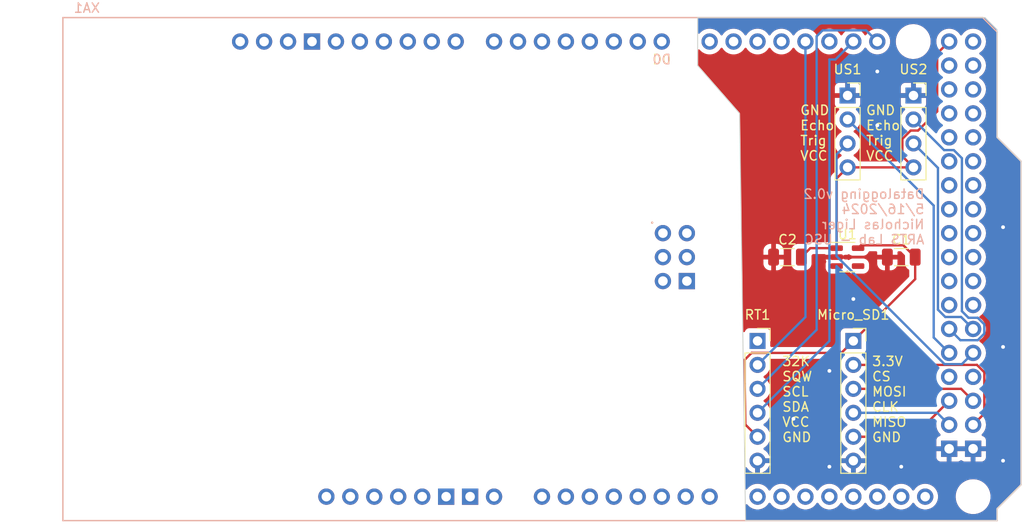
<source format=kicad_pcb>
(kicad_pcb (version 20221018) (generator pcbnew)
  (layers (0 "F.Cu" signal) (31 "B.Cu" signal) (34 "B.Paste" user) (35 "F.Paste" user) (36 "B.SilkS" user "B.Silkscreen") (37 "F.SilkS" user "F.Silkscreen") (38 "B.Mask" user) (39 "F.Mask" user) (44 "Edge.Cuts" user))
  (net 0 "")
  (net 1 "GND")
  (net 2 "Net-(Micro_SD1-3.3V)")
  (net 3 "Net-(Micro_SD1-CS)")
  (net 4 "Net-(Micro_SD1-MOSI)")
  (net 5 "Net-(Micro_SD1-CLK)")
  (net 6 "Net-(Micro_SD1-MISO)")
  (net 9 "Net-(U1-VIN)")
  (net 11 "Net-(RT1-~{INT}{slash}SQW)")
  (net 12 "Net-(RT1-SCL)")
  (net 53 "Net-(RT1-SDA)")
  (net 54 "Net-(US1-ECHO)")
  (net 92 "Net-(US1-TRIG)")
  (net 93 "Net-(US2-ECHO)")
  (net 94 "Net-(US2-TRIG)")
  (footprint "Connector_PinSocket_2.54mm:PinSocket_1x04_P2.54mm_Vertical" (layer "F.Cu") (at 194.335 81.925)
    (fp_text reference "US2" (at 0 -2.77) (layer "F.SilkS"))
    (fp_text value "JSN-04")
    (fp_line (start -1.33 1.27) (end -1.33 8.95) (stroke (width 0.12)) (layer "F.SilkS"))
    (fp_line (start -1.33 1.27) (end 1.33 1.27) (stroke (width 0.12)) (layer "F.SilkS"))
    (fp_line (start -1.33 8.95) (end 1.33 8.95) (stroke (width 0.12)) (layer "F.SilkS"))
    (fp_line (start 0 -1.33) (end 1.33 -1.33) (stroke (width 0.12)) (layer "F.SilkS"))
    (fp_line (start 1.33 -1.33) (end 1.33 0) (stroke (width 0.12)) (layer "F.SilkS"))
    (fp_line (start 1.33 1.27) (end 1.33 8.95) (stroke (width 0.12)) (layer "F.SilkS"))
    (pad "1" thru_hole rect (at 0 0) (size 1.7 1.7) (drill 1) (layers "*.Cu" "*.Mask") (net 1 "GND"))
    (pad "2" thru_hole oval (at 0 2.54) (size 1.7 1.7) (drill 1) (layers "*.Cu" "*.Mask") (net 93 "Net-(US2-ECHO)"))
    (pad "3" thru_hole oval (at 0 5.08) (size 1.7 1.7) (drill 1) (layers "*.Cu" "*.Mask") (net 94 "Net-(US2-TRIG)"))
    (pad "4" thru_hole oval (at 0 7.62) (size 1.7 1.7) (drill 1) (layers "*.Cu" "*.Mask") (net 9 "Net-(U1-VIN)"))
  )
  (footprint "Capacitor_SMD:C_1206_3216Metric" (layer "F.Cu") (at 180.975 99.06)
    (fp_text reference "C2" (at 0 -1.85) (layer "F.SilkS"))
    (fp_text value "1 µF")
    (fp_line (start -0.711252 -0.91) (end 0.711252 -0.91) (stroke (width 0.12)) (layer "F.SilkS"))
    (fp_line (start -0.711252 0.91) (end 0.711252 0.91) (stroke (width 0.12)) (layer "F.SilkS"))
    (pad "1" smd roundrect (at -1.475 0) (size 1.15 1.8) (layers "F.Cu" "F.Paste" "F.Mask") (roundrect_rratio 0.217391) (net 1 "GND"))
    (pad "2" smd roundrect (at 1.475 0) (size 1.15 1.8) (layers "F.Cu" "F.Paste" "F.Mask") (roundrect_rratio 0.217391) (net 9 "Net-(U1-VIN)"))
  )
  (footprint "Capacitor_SMD:C_1206_3216Metric" (layer "F.Cu") (at 193.04 99.06)
    (fp_text reference "C1" (at 0 -1.85) (layer "F.SilkS"))
    (fp_text value "1 µF")
    (fp_line (start -0.711252 -0.91) (end 0.711252 -0.91) (stroke (width 0.12)) (layer "F.SilkS"))
    (fp_line (start -0.711252 0.91) (end 0.711252 0.91) (stroke (width 0.12)) (layer "F.SilkS"))
    (pad "1" smd roundrect (at -1.475 0) (size 1.15 1.8) (layers "F.Cu" "F.Paste" "F.Mask") (roundrect_rratio 0.217391) (net 1 "GND"))
    (pad "2" smd roundrect (at 1.475 0) (size 1.15 1.8) (layers "F.Cu" "F.Paste" "F.Mask") (roundrect_rratio 0.217391) (net 2 "Net-(Micro_SD1-3.3V)"))
  )
  (footprint "Package_TO_SOT_SMD:SOT-23-5" (layer "F.Cu") (at 187.325 99.06)
    (fp_text reference "U1" (at 0 -2.4) (layer "F.SilkS"))
    (fp_text value "TC2014-3.3VxCTTR")
    (fp_line (start 0 -1.56) (end -1.8 -1.56) (stroke (width 0.12)) (layer "F.SilkS"))
    (fp_line (start 0 -1.56) (end 0.8 -1.56) (stroke (width 0.12)) (layer "F.SilkS"))
    (fp_line (start 0 1.56) (end -0.8 1.56) (stroke (width 0.12)) (layer "F.SilkS"))
    (fp_line (start 0 1.56) (end 0.8 1.56) (stroke (width 0.12)) (layer "F.SilkS"))
    (pad "1" smd roundrect (at -1.1375 -0.95) (size 1.325 0.6) (layers "F.Cu" "F.Paste" "F.Mask") (net 9 "Net-(U1-VIN)"))
    (pad "2" smd roundrect (at -1.1375 0) (size 1.325 0.6) (layers "F.Cu" "F.Paste" "F.Mask") (net 1 "GND"))
    (pad "3" smd roundrect (at -1.1375 0.95) (size 1.325 0.6) (layers "F.Cu" "F.Paste" "F.Mask"))
    (pad "4" smd roundrect (at 1.1375 0.95) (size 1.325 0.6) (layers "F.Cu" "F.Paste" "F.Mask"))
    (pad "5" smd roundrect (at 1.1375 -0.95) (size 1.325 0.6) (layers "F.Cu" "F.Paste" "F.Mask") (net 2 "Net-(Micro_SD1-3.3V)"))
  )
  (footprint "Connector_PinSocket_2.54mm:PinSocket_1x06_P2.54mm_Vertical" (layer "F.Cu") (at 177.8 107.95)
    (fp_text reference "RT1" (at 0 -2.77) (layer "F.SilkS"))
    (fp_text value "Real Time Clock")
    (fp_line (start -1.33 1.27) (end -1.33 14.03) (stroke (width 0.12)) (layer "F.SilkS"))
    (fp_line (start -1.33 1.27) (end 1.33 1.27) (stroke (width 0.12)) (layer "F.SilkS"))
    (fp_line (start -1.33 14.03) (end 1.33 14.03) (stroke (width 0.12)) (layer "F.SilkS"))
    (fp_line (start 0 -1.33) (end 1.33 -1.33) (stroke (width 0.12)) (layer "F.SilkS"))
    (fp_line (start 1.33 -1.33) (end 1.33 0) (stroke (width 0.12)) (layer "F.SilkS"))
    (fp_line (start 1.33 1.27) (end 1.33 14.03) (stroke (width 0.12)) (layer "F.SilkS"))
    (pad "1" thru_hole rect (at 0 0) (size 1.7 1.7) (drill 1) (layers "*.Cu" "*.Mask"))
    (pad "2" thru_hole oval (at 0 2.54) (size 1.7 1.7) (drill 1) (layers "*.Cu" "*.Mask") (net 11 "Net-(RT1-~{INT}{slash}SQW)"))
    (pad "3" thru_hole oval (at 0 5.08) (size 1.7 1.7) (drill 1) (layers "*.Cu" "*.Mask") (net 12 "Net-(RT1-SCL)"))
    (pad "4" thru_hole oval (at 0 7.62) (size 1.7 1.7) (drill 1) (layers "*.Cu" "*.Mask") (net 53 "Net-(RT1-SDA)"))
    (pad "5" thru_hole oval (at 0 10.16) (size 1.7 1.7) (drill 1) (layers "*.Cu" "*.Mask") (net 2 "Net-(Micro_SD1-3.3V)"))
    (pad "6" thru_hole oval (at 0 12.7) (size 1.7 1.7) (drill 1) (layers "*.Cu" "*.Mask") (net 1 "GND"))
  )
  (footprint "Connector_PinSocket_2.54mm:PinSocket_1x04_P2.54mm_Vertical" (layer "F.Cu") (at 187.35 81.925)
    (fp_text reference "US1" (at 0 -2.77) (layer "F.SilkS"))
    (fp_text value "JSN-04")
    (fp_line (start -1.33 1.27) (end -1.33 8.95) (stroke (width 0.12)) (layer "F.SilkS"))
    (fp_line (start -1.33 1.27) (end 1.33 1.27) (stroke (width 0.12)) (layer "F.SilkS"))
    (fp_line (start -1.33 8.95) (end 1.33 8.95) (stroke (width 0.12)) (layer "F.SilkS"))
    (fp_line (start 0 -1.33) (end 1.33 -1.33) (stroke (width 0.12)) (layer "F.SilkS"))
    (fp_line (start 1.33 -1.33) (end 1.33 0) (stroke (width 0.12)) (layer "F.SilkS"))
    (fp_line (start 1.33 1.27) (end 1.33 8.95) (stroke (width 0.12)) (layer "F.SilkS"))
    (pad "1" thru_hole rect (at 0 0) (size 1.7 1.7) (drill 1) (layers "*.Cu" "*.Mask") (net 1 "GND"))
    (pad "2" thru_hole oval (at 0 2.54) (size 1.7 1.7) (drill 1) (layers "*.Cu" "*.Mask") (net 54 "Net-(US1-ECHO)"))
    (pad "3" thru_hole oval (at 0 5.08) (size 1.7 1.7) (drill 1) (layers "*.Cu" "*.Mask") (net 92 "Net-(US1-TRIG)"))
    (pad "4" thru_hole oval (at 0 7.62) (size 1.7 1.7) (drill 1) (layers "*.Cu" "*.Mask") (net 9 "Net-(U1-VIN)"))
  )
  (footprint "Connector_PinSocket_2.54mm:PinSocket_1x06_P2.54mm_Vertical" (layer "F.Cu") (at 187.96 107.95)
    (fp_text reference "Micro_SD1" (at 0 -2.77) (layer "F.SilkS"))
    (fp_text value "microSD_small")
    (fp_line (start -1.33 1.27) (end -1.33 14.03) (stroke (width 0.12)) (layer "F.SilkS"))
    (fp_line (start -1.33 1.27) (end 1.33 1.27) (stroke (width 0.12)) (layer "F.SilkS"))
    (fp_line (start -1.33 14.03) (end 1.33 14.03) (stroke (width 0.12)) (layer "F.SilkS"))
    (fp_line (start 0 -1.33) (end 1.33 -1.33) (stroke (width 0.12)) (layer "F.SilkS"))
    (fp_line (start 1.33 -1.33) (end 1.33 0) (stroke (width 0.12)) (layer "F.SilkS"))
    (fp_line (start 1.33 1.27) (end 1.33 14.03) (stroke (width 0.12)) (layer "F.SilkS"))
    (pad "1" thru_hole rect (at 0 0) (size 1.7 1.7) (drill 1) (layers "*.Cu" "*.Mask") (net 2 "Net-(Micro_SD1-3.3V)"))
    (pad "2" thru_hole oval (at 0 2.54) (size 1.7 1.7) (drill 1) (layers "*.Cu" "*.Mask") (net 3 "Net-(Micro_SD1-CS)"))
    (pad "3" thru_hole oval (at 0 5.08) (size 1.7 1.7) (drill 1) (layers "*.Cu" "*.Mask") (net 4 "Net-(Micro_SD1-MOSI)"))
    (pad "4" thru_hole oval (at 0 7.62) (size 1.7 1.7) (drill 1) (layers "*.Cu" "*.Mask") (net 5 "Net-(Micro_SD1-CLK)"))
    (pad "5" thru_hole oval (at 0 10.16) (size 1.7 1.7) (drill 1) (layers "*.Cu" "*.Mask") (net 6 "Net-(Micro_SD1-MISO)"))
    (pad "6" thru_hole oval (at 0 12.7) (size 1.7 1.7) (drill 1) (layers "*.Cu" "*.Mask") (net 1 "GND"))
  )
  (footprint "PCM_arduino-library:Arduino_Mega2560_R3_Shield" (layer "F.Cu") (at 104.14 127)
    (fp_text reference "XA1" (at 2.54 -54.356) (layer "B.SilkS") (effects (justify mirror)))
    (fp_text value "Arduino_Mega2560_Shield")
    (fp_text user "." (at 62.484 -32.004) (layer "B.SilkS"))
    (fp_text user "D0" (at 63.5 -48.895 unlocked) (layer "B.SilkS") (effects (justify mirror)))
    (fp_text user "." (at 62.484 -32.004) (layer "F.SilkS"))
    (fp_text user "D0" (at 63.5 -48.895 unlocked) (layer "F.SilkS"))
    (fp_line (start 0 -53.34) (end 0 0) (stroke (width 0.15)) (layer "B.SilkS"))
    (fp_line (start 0 -53.34) (end 97.536 -53.34) (stroke (width 0.15)) (layer "B.SilkS"))
    (fp_line (start 0 0) (end 99.06 0) (stroke (width 0.15)) (layer "B.SilkS"))
    (fp_line (start 97.536 -53.34) (end 99.06 -51.816) (stroke (width 0.15)) (layer "B.SilkS"))
    (fp_line (start 99.06 -40.64) (end 99.06 -51.816) (stroke (width 0.15)) (layer "B.SilkS"))
    (fp_line (start 99.06 -1.27) (end 101.6 -3.81) (stroke (width 0.15)) (layer "B.SilkS"))
    (fp_line (start 99.06 0) (end 99.06 -1.27) (stroke (width 0.15)) (layer "B.SilkS"))
    (fp_line (start 101.6 -38.1) (end 99.06 -40.64) (stroke (width 0.15)) (layer "B.SilkS"))
    (fp_line (start 101.6 -3.81) (end 101.6 -38.1) (stroke (width 0.15)) (layer "B.SilkS"))
    (pad "" np_thru_hole circle (at 13.97 -2.54) (size 3.2 3.2) (drill 3.2) (layers "*.Cu" "*.Mask"))
    (pad "" np_thru_hole circle (at 15.24 -50.8) (size 3.2 3.2) (drill 3.2) (layers "*.Cu" "*.Mask"))
    (pad "" thru_hole oval (at 27.94 -2.54) (size 1.7272 1.7272) (drill 1.016) (layers "*.Cu" "*.Mask"))
    (pad "" np_thru_hole circle (at 66.04 -35.56) (size 3.2 3.2) (drill 3.2) (layers "*.Cu" "*.Mask"))
    (pad "" np_thru_hole circle (at 66.04 -7.62) (size 3.2 3.2) (drill 3.2) (layers "*.Cu" "*.Mask"))
    (pad "" np_thru_hole circle (at 90.17 -50.8) (size 3.2 3.2) (drill 3.2) (layers "*.Cu" "*.Mask"))
    (pad "" np_thru_hole circle (at 96.52 -2.54) (size 3.2 3.2) (drill 3.2) (layers "*.Cu" "*.Mask"))
    (pad "3V3" thru_hole oval (at 35.56 -2.54) (size 1.7272 1.7272) (drill 1.016) (layers "*.Cu" "*.Mask"))
    (pad "5V1" thru_hole oval (at 38.1 -2.54) (size 1.7272 1.7272) (drill 1.016) (layers "*.Cu" "*.Mask"))
    (pad "5V2" thru_hole oval (at 66.167 -30.48) (size 1.7272 1.7272) (drill 1.016) (layers "*.Cu" "*.Mask"))
    (pad "5V3" thru_hole oval (at 93.98 -50.8) (size 1.7272 1.7272) (drill 1.016) (layers "*.Cu" "*.Mask") (net 9 "Net-(U1-VIN)"))
    (pad "5V4" thru_hole oval (at 96.52 -50.8) (size 1.7272 1.7272) (drill 1.016) (layers "*.Cu" "*.Mask"))
    (pad "A0" thru_hole oval (at 50.8 -2.54) (size 1.7272 1.7272) (drill 1.016) (layers "*.Cu" "*.Mask"))
    (pad "A1" thru_hole oval (at 53.34 -2.54) (size 1.7272 1.7272) (drill 1.016) (layers "*.Cu" "*.Mask"))
    (pad "A2" thru_hole oval (at 55.88 -2.54) (size 1.7272 1.7272) (drill 1.016) (layers "*.Cu" "*.Mask"))
    (pad "A3" thru_hole oval (at 58.42 -2.54) (size 1.7272 1.7272) (drill 1.016) (layers "*.Cu" "*.Mask"))
    (pad "A4" thru_hole oval (at 60.96 -2.54) (size 1.7272 1.7272) (drill 1.016) (layers "*.Cu" "*.Mask"))
    (pad "A5" thru_hole oval (at 63.5 -2.54) (size 1.7272 1.7272) (drill 1.016) (layers "*.Cu" "*.Mask"))
    (pad "A6" thru_hole oval (at 66.04 -2.54) (size 1.7272 1.7272) (drill 1.016) (layers "*.Cu" "*.Mask"))
    (pad "A7" thru_hole oval (at 68.58 -2.54) (size 1.7272 1.7272) (drill 1.016) (layers "*.Cu" "*.Mask"))
    (pad "A8" thru_hole oval (at 73.66 -2.54) (size 1.7272 1.7272) (drill 1.016) (layers "*.Cu" "*.Mask"))
    (pad "A9" thru_hole oval (at 76.2 -2.54) (size 1.7272 1.7272) (drill 1.016) (layers "*.Cu" "*.Mask"))
    (pad "A10" thru_hole oval (at 78.74 -2.54) (size 1.7272 1.7272) (drill 1.016) (layers "*.Cu" "*.Mask"))
    (pad "A11" thru_hole oval (at 81.28 -2.54) (size 1.7272 1.7272) (drill 1.016) (layers "*.Cu" "*.Mask"))
    (pad "A12" thru_hole oval (at 83.82 -2.54) (size 1.7272 1.7272) (drill 1.016) (layers "*.Cu" "*.Mask"))
    (pad "A13" thru_hole oval (at 86.36 -2.54) (size 1.7272 1.7272) (drill 1.016) (layers "*.Cu" "*.Mask"))
    (pad "A14" thru_hole oval (at 88.9 -2.54) (size 1.7272 1.7272) (drill 1.016) (layers "*.Cu" "*.Mask"))
    (pad "A15" thru_hole oval (at 91.44 -2.54) (size 1.7272 1.7272) (drill 1.016) (layers "*.Cu" "*.Mask"))
    (pad "AREF" thru_hole oval (at 23.876 -50.8) (size 1.7272 1.7272) (drill 1.016) (layers "*.Cu" "*.Mask"))
    (pad "D0" thru_hole oval (at 63.5 -50.8) (size 1.7272 1.7272) (drill 1.016) (layers "*.Cu" "*.Mask"))
    (pad "D1" thru_hole oval (at 60.96 -50.8) (size 1.7272 1.7272) (drill 1.016) (layers "*.Cu" "*.Mask"))
    (pad "D2" thru_hole oval (at 58.42 -50.8) (size 1.7272 1.7272) (drill 1.016) (layers "*.Cu" "*.Mask"))
    (pad "D3" thru_hole oval (at 55.88 -50.8) (size 1.7272 1.7272) (drill 1.016) (layers "*.Cu" "*.Mask"))
    (pad "D4" thru_hole oval (at 53.34 -50.8) (size 1.7272 1.7272) (drill 1.016) (layers "*.Cu" "*.Mask"))
    (pad "D5" thru_hole oval (at 50.8 -50.8) (size 1.7272 1.7272) (drill 1.016) (layers "*.Cu" "*.Mask"))
    (pad "D6" thru_hole oval (at 48.26 -50.8) (size 1.7272 1.7272) (drill 1.016) (layers "*.Cu" "*.Mask"))
    (pad "D7" thru_hole oval (at 45.72 -50.8) (size 1.7272 1.7272) (drill 1.016) (layers "*.Cu" "*.Mask"))
    (pad "D8" thru_hole oval (at 41.656 -50.8) (size 1.7272 1.7272) (drill 1.016) (layers "*.Cu" "*.Mask"))
    (pad "D9" thru_hole oval (at 39.116 -50.8) (size 1.7272 1.7272) (drill 1.016) (layers "*.Cu" "*.Mask"))
    (pad "D10" thru_hole oval (at 36.576 -50.8) (size 1.7272 1.7272) (drill 1.016) (layers "*.Cu" "*.Mask"))
    (pad "D11" thru_hole oval (at 34.036 -50.8) (size 1.7272 1.7272) (drill 1.016) (layers "*.Cu" "*.Mask"))
    (pad "D12" thru_hole oval (at 31.496 -50.8) (size 1.7272 1.7272) (drill 1.016) (layers "*.Cu" "*.Mask"))
    (pad "D13" thru_hole oval (at 28.956 -50.8) (size 1.7272 1.7272) (drill 1.016) (layers "*.Cu" "*.Mask"))
    (pad "D14" thru_hole oval (at 68.58 -50.8) (size 1.7272 1.7272) (drill 1.016) (layers "*.Cu" "*.Mask"))
    (pad "D15" thru_hole oval (at 71.12 -50.8) (size 1.7272 1.7272) (drill 1.016) (layers "*.Cu" "*.Mask"))
    (pad "D16" thru_hole oval (at 73.66 -50.8) (size 1.7272 1.7272) (drill 1.016) (layers "*.Cu" "*.Mask"))
    (pad "D17" thru_hole oval (at 76.2 -50.8) (size 1.7272 1.7272) (drill 1.016) (layers "*.Cu" "*.Mask"))
    (pad "D18" thru_hole oval (at 78.74 -50.8) (size 1.7272 1.7272) (drill 1.016) (layers "*.Cu" "*.Mask") (net 11 "Net-(RT1-~{INT}{slash}SQW)"))
    (pad "D19" thru_hole oval (at 81.28 -50.8) (size 1.7272 1.7272) (drill 1.016) (layers "*.Cu" "*.Mask"))
    (pad "D20" thru_hole oval (at 83.82 -50.8) (size 1.7272 1.7272) (drill 1.016) (layers "*.Cu" "*.Mask") (net 53 "Net-(RT1-SDA)"))
    (pad "D21" thru_hole oval (at 86.36 -50.8) (size 1.7272 1.7272) (drill 1.016) (layers "*.Cu" "*.Mask") (net 12 "Net-(RT1-SCL)"))
    (pad "D22" thru_hole oval (at 93.98 -48.26) (size 1.7272 1.7272) (drill 1.016) (layers "*.Cu" "*.Mask"))
    (pad "D23" thru_hole oval (at 96.52 -48.26) (size 1.7272 1.7272) (drill 1.016) (layers "*.Cu" "*.Mask"))
    (pad "D24" thru_hole oval (at 93.98 -45.72) (size 1.7272 1.7272) (drill 1.016) (layers "*.Cu" "*.Mask"))
    (pad "D25" thru_hole oval (at 96.52 -45.72) (size 1.7272 1.7272) (drill 1.016) (layers "*.Cu" "*.Mask"))
    (pad "D26" thru_hole oval (at 93.98 -43.18) (size 1.7272 1.7272) (drill 1.016) (layers "*.Cu" "*.Mask"))
    (pad "D27" thru_hole oval (at 96.52 -43.18) (size 1.7272 1.7272) (drill 1.016) (layers "*.Cu" "*.Mask"))
    (pad "D28" thru_hole oval (at 93.98 -40.64) (size 1.7272 1.7272) (drill 1.016) (layers "*.Cu" "*.Mask"))
    (pad "D29" thru_hole oval (at 96.52 -40.64) (size 1.7272 1.7272) (drill 1.016) (layers "*.Cu" "*.Mask"))
    (pad "D30" thru_hole oval (at 93.98 -38.1) (size 1.7272 1.7272) (drill 1.016) (layers "*.Cu" "*.Mask"))
    (pad "D31" thru_hole oval (at 96.52 -38.1) (size 1.7272 1.7272) (drill 1.016) (layers "*.Cu" "*.Mask"))
    (pad "D32" thru_hole oval (at 93.98 -35.56) (size 1.7272 1.7272) (drill 1.016) (layers "*.Cu" "*.Mask"))
    (pad "D33" thru_hole oval (at 96.52 -35.56) (size 1.7272 1.7272) (drill 1.016) (layers "*.Cu" "*.Mask"))
    (pad "D34" thru_hole oval (at 93.98 -33.02) (size 1.7272 1.7272) (drill 1.016) (layers "*.Cu" "*.Mask"))
    (pad "D35" thru_hole oval (at 96.52 -33.02) (size 1.7272 1.7272) (drill 1.016) (layers "*.Cu" "*.Mask"))
    (pad "D36" thru_hole oval (at 93.98 -30.48) (size 1.7272 1.7272) (drill 1.016) (layers "*.Cu" "*.Mask"))
    (pad "D37" thru_hole oval (at 96.52 -30.48) (size 1.7272 1.7272) (drill 1.016) (layers "*.Cu" "*.Mask"))
    (pad "D38" thru_hole oval (at 93.98 -27.94) (size 1.7272 1.7272) (drill 1.016) (layers "*.Cu" "*.Mask"))
    (pad "D39" thru_hole oval (at 96.52 -27.94) (size 1.7272 1.7272) (drill 1.016) (layers "*.Cu" "*.Mask"))
    (pad "D40" thru_hole oval (at 93.98 -25.4) (size 1.7272 1.7272) (drill 1.016) (layers "*.Cu" "*.Mask"))
    (pad "D41" thru_hole oval (at 96.52 -25.4) (size 1.7272 1.7272) (drill 1.016) (layers "*.Cu" "*.Mask"))
    (pad "D42" thru_hole oval (at 93.98 -22.86) (size 1.7272 1.7272) (drill 1.016) (layers "*.Cu" "*.Mask"))
    (pad "D43" thru_hole oval (at 96.52 -22.86) (size 1.7272 1.7272) (drill 1.016) (layers "*.Cu" "*.Mask"))
    (pad "D44" thru_hole oval (at 93.98 -20.32) (size 1.7272 1.7272) (drill 1.016) (layers "*.Cu" "*.Mask") (net 93 "Net-(US2-ECHO)"))
    (pad "D45" thru_hole oval (at 96.52 -20.32) (size 1.7272 1.7272) (drill 1.016) (layers "*.Cu" "*.Mask") (net 94 "Net-(US2-TRIG)"))
    (pad "D46" thru_hole oval (at 93.98 -17.78) (size 1.7272 1.7272) (drill 1.016) (layers "*.Cu" "*.Mask") (net 54 "Net-(US1-ECHO)"))
    (pad "D47" thru_hole oval (at 96.52 -17.78) (size 1.7272 1.7272) (drill 1.016) (layers "*.Cu" "*.Mask") (net 92 "Net-(US1-TRIG)"))
    (pad "D48" thru_hole oval (at 93.98 -15.24) (size 1.7272 1.7272) (drill 1.016) (layers "*.Cu" "*.Mask"))
    (pad "D49" thru_hole oval (at 96.52 -15.24) (size 1.7272 1.7272) (drill 1.016) (layers "*.Cu" "*.Mask"))
    (pad "D50" thru_hole oval (at 93.98 -12.7) (size 1.7272 1.7272) (drill 1.016) (layers "*.Cu" "*.Mask") (net 6 "Net-(Micro_SD1-MISO)"))
    (pad "D51" thru_hole oval (at 96.52 -12.7) (size 1.7272 1.7272) (drill 1.016) (layers "*.Cu" "*.Mask") (net 4 "Net-(Micro_SD1-MOSI)"))
    (pad "D52" thru_hole oval (at 93.98 -10.16) (size 1.7272 1.7272) (drill 1.016) (layers "*.Cu" "*.Mask") (net 5 "Net-(Micro_SD1-CLK)"))
    (pad "D53" thru_hole oval (at 96.52 -10.16) (size 1.7272 1.7272) (drill 1.016) (layers "*.Cu" "*.Mask") (net 3 "Net-(Micro_SD1-CS)"))
    (pad "GND1" thru_hole rect (at 26.416 -50.8) (size 1.7272 1.7272) (drill 1.016) (layers "*.Cu" "*.Mask"))
    (pad "GND2" thru_hole rect (at 40.64 -2.54) (size 1.7272 1.7272) (drill 1.016) (layers "*.Cu" "*.Mask"))
    (pad "GND3" thru_hole rect (at 43.18 -2.54) (size 1.7272 1.7272) (drill 1.016) (layers "*.Cu" "*.Mask"))
    (pad "GND4" thru_hole rect (at 66.167 -25.4) (size 1.7272 1.7272) (drill 1.016) (layers "*.Cu" "*.Mask"))
    (pad "GND5" thru_hole rect (at 93.98 -7.62) (size 1.7272 1.7272) (drill 1.016) (layers "*.Cu" "*.Mask") (net 1 "GND"))
    (pad "GND6" thru_hole rect (at 96.52 -7.62) (size 1.7272 1.7272) (drill 1.016) (layers "*.Cu" "*.Mask") (net 1 "GND"))
    (pad "IORF" thru_hole oval (at 30.48 -2.54) (size 1.7272 1.7272) (drill 1.016) (layers "*.Cu" "*.Mask"))
    (pad "MISO" thru_hole oval (at 63.627 -30.48) (size 1.7272 1.7272) (drill 1.016) (layers "*.Cu" "*.Mask"))
    (pad "MOSI" thru_hole oval (at 66.167 -27.94) (size 1.7272 1.7272) (drill 1.016) (layers "*.Cu" "*.Mask"))
    (pad "RST1" thru_hole oval (at 33.02 -2.54) (size 1.7272 1.7272) (drill 1.016) (layers "*.Cu" "*.Mask"))
    (pad "RST2" thru_hole oval (at 63.627 -25.4) (size 1.7272 1.7272) (drill 1.016) (layers "*.Cu" "*.Mask"))
    (pad "SCK" thru_hole oval (at 63.627 -27.94) (size 1.7272 1.7272) (drill 1.016) (layers "*.Cu" "*.Mask"))
    (pad "SCL" thru_hole oval (at 18.796 -50.8) (size 1.7272 1.7272) (drill 1.016) (layers "*.Cu" "*.Mask"))
    (pad "SDA" thru_hole oval (at 21.336 -50.8) (size 1.7272 1.7272) (drill 1.016) (layers "*.Cu" "*.Mask"))
    (pad "VIN" thru_hole oval (at 45.72 -2.54) (size 1.7272 1.7272) (drill 1.016) (layers "*.Cu" "*.Mask"))
  )
  (gr_line (start 171.45 73.66) (end 201.93 73.66) (stroke (width 0.1)) (layer "Edge.Cuts"))
  (gr_line (start 171.45 78.74) (end 171.45 73.66) (stroke (width 0.1)) (layer "Edge.Cuts"))
  (gr_line (start 203.2 86.36) (end 205.74 88.9) (stroke (width 0.1)) (layer "Edge.Cuts"))
  (gr_line (start 205.74 123.19) (end 203.2 125.73) (stroke (width 0.1)) (layer "Edge.Cuts"))
  (gr_line (start 176.53 127) (end 175.895 83.82) (stroke (width 0.1)) (layer "Edge.Cuts"))
  (gr_line (start 203.2 127) (end 176.53 127) (stroke (width 0.1)) (layer "Edge.Cuts"))
  (gr_line (start 203.2 74.93) (end 203.2 86.36) (stroke (width 0.1)) (layer "Edge.Cuts"))
  (gr_line (start 203.2 125.73) (end 203.2 127) (stroke (width 0.1)) (layer "Edge.Cuts"))
  (gr_line (start 205.74 88.9) (end 205.74 123.19) (stroke (width 0.1)) (layer "Edge.Cuts"))
  (gr_line (start 201.93 73.66) (end 203.2 74.93) (stroke (width 0.1)) (layer "Edge.Cuts"))
  (gr_line (start 175.895 83.82) (end 171.45 78.74) (stroke (width 0.1)) (layer "Edge.Cuts"))
  (gr_text "Datalogging v0.2\n5/16/2024\nNicholas Liger\nARTS Lab - USC" (at 195.58 97.79) (layer "B.SilkS") (effects (font (size 1 1)) (justify left bottom mirror)))
  (gr_text "GND\nEcho\nTrig\nVCC" (at 189.23 88.9) (layer "F.SilkS") (effects (font (size 1 1)) (justify left bottom)))
  (gr_text "32K\nSQW\nSCL\nSDA\nVCC\nGND" (at 180.34 118.745) (layer "F.SilkS") (effects (font (size 1 1)) (justify left bottom)))
  (gr_text "GND\nEcho\nTrig\nVCC" (at 182.245 88.9) (layer "F.SilkS") (effects (font (size 1 1)) (justify left bottom)))
  (gr_text "3.3V\nCS\nMOSI\nCLK\nMISO\nGND" (at 189.865 118.745) (layer "F.SilkS") (effects (font (size 1 1)) (justify left bottom)))
  (via (at 203.835 120.65) (size 0.8) (drill 0.4) (layers "F.Cu" "B.Cu") (net 1))
  (via (at 187.96 103.505) (size 0.8) (drill 0.4) (layers "F.Cu" "B.Cu") (net 1))
  (via (at 190.5 85.09) (size 0.8) (drill 0.4) (layers "F.Cu" "B.Cu") (net 1))
  (via (at 190.5 79.375) (size 0.8) (drill 0.4) (layers "F.Cu" "B.Cu") (net 1))
  (via (at 185.42 121.285) (size 0.8) (drill 0.4) (layers "F.Cu" "B.Cu") (net 1))
  (via (at 185.42 111.125) (size 0.8) (drill 0.4) (layers "F.Cu" "B.Cu") (net 1))
  (via (at 193.04 121.285) (size 0.8) (drill 0.4) (layers "F.Cu" "B.Cu") (net 1))
  (via (at 181.61 116.205) (size 0.8) (drill 0.4) (layers "F.Cu" "B.Cu") (net 1))
  (via (at 203.835 108.585) (size 0.8) (drill 0.4) (layers "F.Cu" "B.Cu") (net 1))
  (via (at 203.835 95.885) (size 0.8) (drill 0.4) (layers "F.Cu" "B.Cu") (net 1))
  (segment (start 176.505237 116.815237) (end 177.8 118.11) (width 0.25) (layer "F.Cu") (net 2))
  (segment (start 187.96 107.95) (end 186.69 109.22) (width 0.25) (layer "F.Cu") (net 2))
  (segment (start 176.441534 112.483434) (end 176.505237 116.815237) (width 0.25) (layer "F.Cu") (net 2))
  (segment (start 186.69 109.22) (end 177.165 109.22) (width 0.25) (layer "F.Cu") (net 2))
  (segment (start 194.515 99.06) (end 193.265 97.81) (width 0.25) (layer "F.Cu") (net 2))
  (segment (start 177.165 109.22) (end 176.441534 109.943466) (width 0.25) (layer "F.Cu") (net 2))
  (segment (start 176.441534 109.943466) (end 176.441534 112.483434) (width 0.25) (layer "F.Cu") (net 2))
  (segment (start 194.515 101.395) (end 187.96 107.95) (width 0.25) (layer "F.Cu") (net 2))
  (segment (start 194.515 99.06) (end 194.515 101.395) (width 0.25) (layer "F.Cu") (net 2))
  (segment (start 193.265 97.81) (end 188.7625 97.81) (width 0.25) (layer "F.Cu") (net 2))
  (segment (start 188.7625 97.81) (end 188.4625 98.11) (width 0.25) (layer "F.Cu") (net 2))
  (segment (start 201.8486 115.6514) (end 200.66 116.84) (width 0.25) (layer "F.Cu") (net 3))
  (segment (start 187.96 110.49) (end 201.070935 110.49) (width 0.25) (layer "F.Cu") (net 3))
  (segment (start 201.8486 111.267665) (end 201.8486 115.6514) (width 0.25) (layer "F.Cu") (net 3))
  (segment (start 201.070935 110.49) (end 201.8486 111.267665) (width 0.25) (layer "F.Cu") (net 3))
  (segment (start 199.39 113.03) (end 200.66 114.3) (width 0.25) (layer "F.Cu") (net 4))
  (segment (start 187.96 113.03) (end 199.39 113.03) (width 0.25) (layer "F.Cu") (net 4))
  (segment (start 196.85 115.57) (end 198.12 116.84) (width 0.25) (layer "B.Cu") (net 5))
  (segment (start 187.96 115.57) (end 196.85 115.57) (width 0.25) (layer "B.Cu") (net 5))
  (segment (start 194.31 118.11) (end 198.12 114.3) (width 0.25) (layer "F.Cu") (net 6))
  (segment (start 187.96 118.11) (end 194.31 118.11) (width 0.25) (layer "F.Cu") (net 6))
  (segment (start 186.1875 98.11) (end 183.4 98.11) (width 0.25) (layer "F.Cu") (net 9))
  (segment (start 193.16 88.37) (end 193.16 86.518299) (width 0.25) (layer "F.Cu") (net 9))
  (segment (start 183.4 98.11) (end 182.45 99.06) (width 0.25) (layer "F.Cu") (net 9))
  (segment (start 196.85 83.611701) (end 196.85 77.47) (width 0.25) (layer "F.Cu") (net 9))
  (segment (start 193.16 86.518299) (end 194.038299 85.64) (width 0.25) (layer "F.Cu") (net 9))
  (segment (start 194.038299 85.64) (end 194.821701 85.64) (width 0.25) (layer "F.Cu") (net 9))
  (segment (start 196.85 77.47) (end 198.12 76.2) (width 0.25) (layer "F.Cu") (net 9))
  (segment (start 194.335 89.545) (end 187.35 89.545) (width 0.25) (layer "F.Cu") (net 9))
  (segment (start 186.1875 90.7075) (end 186.1875 98.11) (width 0.25) (layer "F.Cu") (net 9))
  (segment (start 194.821701 85.64) (end 196.85 83.611701) (width 0.25) (layer "F.Cu") (net 9))
  (segment (start 194.335 89.545) (end 193.16 88.37) (width 0.25) (layer "F.Cu") (net 9))
  (segment (start 187.35 89.545) (end 186.1875 90.7075) (width 0.25) (layer "F.Cu") (net 9))
  (segment (start 177.8 110.49) (end 182.88 105.41) (width 0.25) (layer "B.Cu") (net 11))
  (segment (start 182.88 105.41) (end 182.88 76.2) (width 0.25) (layer "B.Cu") (net 11))
  (segment (start 184.0686 106.7614) (end 184.0686 75.6464) (width 0.25) (layer "B.Cu") (net 12))
  (segment (start 189.3114 75.0114) (end 190.5 76.2) (width 0.25) (layer "B.Cu") (net 12))
  (segment (start 184.7036 75.0114) (end 189.3114 75.0114) (width 0.25) (layer "B.Cu") (net 12))
  (segment (start 184.0686 75.6464) (end 184.7036 75.0114) (width 0.25) (layer "B.Cu") (net 12))
  (segment (start 177.8 113.03) (end 184.0686 106.7614) (width 0.25) (layer "B.Cu") (net 12))
  (segment (start 185.42 78.105) (end 186.055 78.105) (width 0.25) (layer "B.Cu") (net 53))
  (segment (start 185.42 107.95) (end 185.42 78.105) (width 0.25) (layer "B.Cu") (net 53))
  (segment (start 177.8 115.57) (end 185.42 107.95) (width 0.25) (layer "B.Cu") (net 53))
  (segment (start 186.055 78.105) (end 187.96 76.2) (width 0.25) (layer "B.Cu") (net 53))
  (segment (start 196.4814 107.5814) (end 198.12 109.22) (width 0.25) (layer "B.Cu") (net 54))
  (segment (start 187.35 84.465) (end 196.4814 93.5964) (width 0.25) (layer "B.Cu") (net 54))
  (segment (start 196.4814 93.5964) (end 196.4814 107.5814) (width 0.25) (layer "B.Cu") (net 54))
  (segment (start 187.35 87.005) (end 186.175 88.18) (width 0.25) (layer "B.Cu") (net 92))
  (segment (start 186.175 88.18) (end 186.175 98.955935) (width 0.25) (layer "B.Cu") (net 92))
  (segment (start 197.627665 110.4086) (end 199.4714 110.4086) (width 0.25) (layer "B.Cu") (net 92))
  (segment (start 186.175 98.955935) (end 197.627665 110.4086) (width 0.25) (layer "B.Cu") (net 92))
  (segment (start 199.4714 110.4086) (end 200.66 109.22) (width 0.25) (layer "B.Cu") (net 92))
  (segment (start 200.167665 105.4914) (end 201.152335 105.4914) (width 0.25) (layer "B.Cu") (net 93))
  (segment (start 201.8486 107.172335) (end 201.152335 107.8686) (width 0.25) (layer "B.Cu") (net 93))
  (segment (start 201.8486 106.187665) (end 201.8486 107.172335) (width 0.25) (layer "B.Cu") (net 93))
  (segment (start 194.335 84.465) (end 197.5814 87.7114) (width 0.25) (layer "B.Cu") (net 93))
  (segment (start 199.4714 104.795135) (end 200.167665 105.4914) (width 0.25) (layer "B.Cu") (net 93))
  (segment (start 198.612335 87.7114) (end 199.4714 88.570465) (width 0.25) (layer "B.Cu") (net 93))
  (segment (start 199.3086 107.8686) (end 198.12 106.68) (width 0.25) (layer "B.Cu") (net 93))
  (segment (start 197.5814 87.7114) (end 198.612335 87.7114) (width 0.25) (layer "B.Cu") (net 93))
  (segment (start 201.152335 105.4914) (end 201.8486 106.187665) (width 0.25) (layer "B.Cu") (net 93))
  (segment (start 201.152335 107.8686) (end 199.3086 107.8686) (width 0.25) (layer "B.Cu") (net 93))
  (segment (start 199.4714 88.570465) (end 199.4714 104.795135) (width 0.25) (layer "B.Cu") (net 93))
  (segment (start 197.709065 105.41) (end 199.39 105.41) (width 0.25) (layer "B.Cu") (net 94))
  (segment (start 194.335 87.005) (end 196.9314 89.6014) (width 0.25) (layer "B.Cu") (net 94))
  (segment (start 196.9314 89.6014) (end 196.9314 104.632335) (width 0.25) (layer "B.Cu") (net 94))
  (segment (start 196.9314 104.632335) (end 197.709065 105.41) (width 0.25) (layer "B.Cu") (net 94))
  (segment (start 199.39 105.41) (end 200.66 106.68) (width 0.25) (layer "B.Cu") (net 94))
  (zone (net 1) (net_name "GND") (layer "F.Cu") (connect_pads (clearance 0.5)) (min_thickness 0.25) (fill yes (thermal_gap 0.5) (thermal_bridge_width 0.5))
    (polygon (pts (xy 171.45 73.66) (xy 201.93 73.66) (xy 203.2 74.93) (xy 203.2 86.36) (xy 205.74 88.9) (xy 205.74 123.19) (xy 203.2 125.73) (xy 203.2 127) (xy 176.53 127) (xy 175.895 83.82) (xy 171.45 78.74)))
  )
  (zone (net 1) (net_name "GND") (layer "B.Cu") (priority 1) (connect_pads (clearance 0.5)) (min_thickness 0.25) (fill yes (thermal_gap 0.5) (thermal_bridge_width 0.5))
    (polygon (pts (xy 171.45 73.66) (xy 201.93 73.66) (xy 203.2 74.93) (xy 203.2 86.36) (xy 205.74 88.9) (xy 205.74 123.19) (xy 203.2 125.73) (xy 203.2 127) (xy 176.53 127) (xy 175.895 83.82) (xy 171.45 78.74)))
  )
)
</source>
